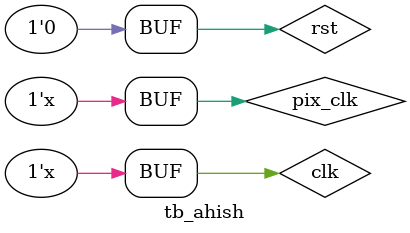
<source format=v>
`timescale 1ns / 1ps


module tb_ahish;

	// Inputs
	reg clk;
	reg pix_clk;
	reg rst;

	// Outputs
	wire [9:0] pix_x;
	wire [8:0] pix_y;
	wire h_sync;
	wire v_sync;
	wire draw_active;
	wire screen_end;
	wire draw_end;

	// Instantiate the Unit Under Test (UUT)
	pixel_itr uut (
		.clk(clk), 
		.pix_clk(pix_clk), 
		.rst(rst), 
		.pix_x(pix_x), 
		.pix_y(pix_y), 
		.h_sync(h_sync), 
		.v_sync(v_sync), 
		.draw_active(draw_active), 
		.screen_end(screen_end), 
		.draw_end(draw_end)
	);

	initial begin
		// Initialize Inputs
		clk = 0;
		pix_clk = 0;
		rst = 0;

		// Wait 100 ns for global reset to finish
		#100;
        
		// Add stimulus here

	end
	always #2 clk = ~clk;
	always #4 pix_clk = ~pix_clk;
      
endmodule


</source>
